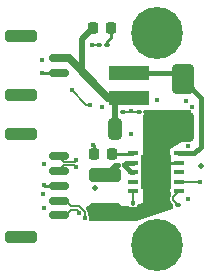
<source format=gbr>
%TF.GenerationSoftware,KiCad,Pcbnew,7.0.10*%
%TF.CreationDate,2024-02-02T13:19:36-05:00*%
%TF.ProjectId,quad_radio_adapter,71756164-5f72-4616-9469-6f5f61646170,rev?*%
%TF.SameCoordinates,Original*%
%TF.FileFunction,Copper,L1,Top*%
%TF.FilePolarity,Positive*%
%FSLAX46Y46*%
G04 Gerber Fmt 4.6, Leading zero omitted, Abs format (unit mm)*
G04 Created by KiCad (PCBNEW 7.0.10) date 2024-02-02 13:19:36*
%MOMM*%
%LPD*%
G01*
G04 APERTURE LIST*
G04 Aperture macros list*
%AMRoundRect*
0 Rectangle with rounded corners*
0 $1 Rounding radius*
0 $2 $3 $4 $5 $6 $7 $8 $9 X,Y pos of 4 corners*
0 Add a 4 corners polygon primitive as box body*
4,1,4,$2,$3,$4,$5,$6,$7,$8,$9,$2,$3,0*
0 Add four circle primitives for the rounded corners*
1,1,$1+$1,$2,$3*
1,1,$1+$1,$4,$5*
1,1,$1+$1,$6,$7*
1,1,$1+$1,$8,$9*
0 Add four rect primitives between the rounded corners*
20,1,$1+$1,$2,$3,$4,$5,0*
20,1,$1+$1,$4,$5,$6,$7,0*
20,1,$1+$1,$6,$7,$8,$9,0*
20,1,$1+$1,$8,$9,$2,$3,0*%
G04 Aperture macros list end*
%TA.AperFunction,SMDPad,CuDef*%
%ADD10RoundRect,0.100000X-0.130000X-0.100000X0.130000X-0.100000X0.130000X0.100000X-0.130000X0.100000X0*%
%TD*%
%TA.AperFunction,SMDPad,CuDef*%
%ADD11RoundRect,0.250000X-0.325000X-0.650000X0.325000X-0.650000X0.325000X0.650000X-0.325000X0.650000X0*%
%TD*%
%TA.AperFunction,SMDPad,CuDef*%
%ADD12RoundRect,0.225000X0.225000X0.250000X-0.225000X0.250000X-0.225000X-0.250000X0.225000X-0.250000X0*%
%TD*%
%TA.AperFunction,ComponentPad*%
%ADD13C,4.400000*%
%TD*%
%TA.AperFunction,SMDPad,CuDef*%
%ADD14R,3.400000X1.300000*%
%TD*%
%TA.AperFunction,SMDPad,CuDef*%
%ADD15RoundRect,0.218750X0.218750X0.256250X-0.218750X0.256250X-0.218750X-0.256250X0.218750X-0.256250X0*%
%TD*%
%TA.AperFunction,SMDPad,CuDef*%
%ADD16RoundRect,0.150000X-0.700000X0.150000X-0.700000X-0.150000X0.700000X-0.150000X0.700000X0.150000X0*%
%TD*%
%TA.AperFunction,SMDPad,CuDef*%
%ADD17RoundRect,0.250000X-1.100000X0.250000X-1.100000X-0.250000X1.100000X-0.250000X1.100000X0.250000X0*%
%TD*%
%TA.AperFunction,SMDPad,CuDef*%
%ADD18RoundRect,0.100000X0.130000X0.100000X-0.130000X0.100000X-0.130000X-0.100000X0.130000X-0.100000X0*%
%TD*%
%TA.AperFunction,SMDPad,CuDef*%
%ADD19RoundRect,0.250000X-0.650000X1.000000X-0.650000X-1.000000X0.650000X-1.000000X0.650000X1.000000X0*%
%TD*%
%TA.AperFunction,SMDPad,CuDef*%
%ADD20R,0.860000X0.320000*%
%TD*%
%TA.AperFunction,SMDPad,CuDef*%
%ADD21R,2.600000X3.000000*%
%TD*%
%TA.AperFunction,SMDPad,CuDef*%
%ADD22RoundRect,0.250000X-1.100000X0.325000X-1.100000X-0.325000X1.100000X-0.325000X1.100000X0.325000X0*%
%TD*%
%TA.AperFunction,SMDPad,CuDef*%
%ADD23RoundRect,0.100000X-0.100000X0.130000X-0.100000X-0.130000X0.100000X-0.130000X0.100000X0.130000X0*%
%TD*%
%TA.AperFunction,ViaPad*%
%ADD24C,0.400000*%
%TD*%
%TA.AperFunction,ViaPad*%
%ADD25C,0.500000*%
%TD*%
%TA.AperFunction,Conductor*%
%ADD26C,0.127000*%
%TD*%
%TA.AperFunction,Conductor*%
%ADD27C,0.254000*%
%TD*%
%TA.AperFunction,Conductor*%
%ADD28C,0.132080*%
%TD*%
%TA.AperFunction,Conductor*%
%ADD29C,0.152400*%
%TD*%
%TA.AperFunction,Conductor*%
%ADD30C,0.381000*%
%TD*%
%TA.AperFunction,Conductor*%
%ADD31C,0.508000*%
%TD*%
%TA.AperFunction,Conductor*%
%ADD32C,0.635000*%
%TD*%
G04 APERTURE END LIST*
D10*
%TO.P,R2,1*%
%TO.N,+7.5V*%
X100492600Y-97739200D03*
%TO.P,R2,2*%
%TO.N,Net-(IC1-FB)*%
X101132600Y-97739200D03*
%TD*%
D11*
%TO.P,C2,1*%
%TO.N,+7.5V*%
X100480600Y-99161600D03*
%TO.P,C2,2*%
%TO.N,GND*%
X103430600Y-99161600D03*
%TD*%
D12*
%TO.P,C3,1*%
%TO.N,Net-(IC1-BOOT)*%
X100225000Y-101250000D03*
%TO.P,C3,2*%
%TO.N,Net-(D1-K)*%
X98675000Y-101250000D03*
%TD*%
D13*
%TO.P,H1,1,1*%
%TO.N,GND*%
X104000000Y-91000000D03*
%TD*%
D10*
%TO.P,R3,1*%
%TO.N,Net-(IC1-FB)*%
X102499200Y-97713800D03*
%TO.P,R3,2*%
%TO.N,GND*%
X103139200Y-97713800D03*
%TD*%
D14*
%TO.P,L1,1,1*%
%TO.N,Net-(D1-K)*%
X101676200Y-94403200D03*
%TO.P,L1,2,2*%
%TO.N,+7.5V*%
X101676200Y-96503200D03*
%TD*%
D15*
%TO.P,D2,1,K*%
%TO.N,Net-(D2-K)*%
X100177700Y-90601800D03*
%TO.P,D2,2,A*%
%TO.N,+7.5V*%
X98602700Y-90601800D03*
%TD*%
D13*
%TO.P,H2,1,1*%
%TO.N,GND*%
X104000000Y-109000000D03*
%TD*%
D16*
%TO.P,J3,1,Pin_1*%
%TO.N,+7.5V*%
X95715238Y-93150000D03*
%TO.P,J3,2,Pin_2*%
%TO.N,GND*%
X95715238Y-94400000D03*
D17*
%TO.P,J3,MP*%
%TO.N,N/C*%
X92515238Y-91300000D03*
X92515238Y-96250000D03*
%TD*%
D18*
%TO.P,C1,1*%
%TO.N,Net-(IC1-SS)*%
X105806200Y-105562400D03*
%TO.P,C1,2*%
%TO.N,GND*%
X105166200Y-105562400D03*
%TD*%
D19*
%TO.P,D1,1,K*%
%TO.N,Net-(D1-K)*%
X106222800Y-94945200D03*
%TO.P,D1,2,A*%
%TO.N,GND*%
X106222800Y-98945200D03*
%TD*%
D20*
%TO.P,IC1,1,BOOT*%
%TO.N,Net-(IC1-BOOT)*%
X102030000Y-101200000D03*
%TO.P,IC1,2,VIN_1*%
%TO.N,+VIN_PROT_RADIO*%
X102030000Y-102000000D03*
%TO.P,IC1,3,VIN_2*%
X102030000Y-102800000D03*
%TO.P,IC1,4,EN*%
%TO.N,unconnected-(IC1-EN-Pad4)*%
X102030000Y-103600000D03*
%TO.P,IC1,5,RT/SYNC*%
%TO.N,Net-(IC1-RT{slash}SYNC)*%
X102030000Y-104400000D03*
%TO.P,IC1,6,SS*%
%TO.N,Net-(IC1-SS)*%
X105900000Y-104400000D03*
%TO.P,IC1,7,FB*%
%TO.N,Net-(IC1-FB)*%
X105900000Y-103600000D03*
%TO.P,IC1,8,PGOOD*%
%TO.N,unconnected-(IC1-PGOOD-Pad8)*%
X105900000Y-102800000D03*
%TO.P,IC1,9,GND*%
%TO.N,GND*%
X105900000Y-102000000D03*
%TO.P,IC1,10,SW*%
%TO.N,Net-(D1-K)*%
X105900000Y-101200000D03*
D21*
%TO.P,IC1,11,EP*%
%TO.N,GND*%
X103965000Y-102800000D03*
%TD*%
D22*
%TO.P,C4,1*%
%TO.N,+VIN_PROT_RADIO*%
X99650000Y-103025000D03*
%TO.P,C4,2*%
%TO.N,GND*%
X99650000Y-105975000D03*
%TD*%
D16*
%TO.P,J2,1,Pin_1*%
%TO.N,ETH_RADIO_RX_POSTMAG_P*%
X95715238Y-101450000D03*
%TO.P,J2,2,Pin_2*%
%TO.N,ETH_RADIO_RX_POSTMAG_N*%
X95715238Y-102700000D03*
%TO.P,J2,3,Pin_3*%
%TO.N,GND*%
X95715238Y-103950000D03*
%TO.P,J2,4,Pin_4*%
%TO.N,ETH_RADIO_TX_POSTMAG_P*%
X95715238Y-105200000D03*
%TO.P,J2,5,Pin_5*%
%TO.N,ETH_RADIO_TX_POSTMAG_N*%
X95715238Y-106450000D03*
D17*
%TO.P,J2,MP*%
%TO.N,N/C*%
X92515238Y-99600000D03*
X92515238Y-108300000D03*
%TD*%
D23*
%TO.P,R1,1*%
%TO.N,Net-(IC1-RT{slash}SYNC)*%
X101981000Y-105369400D03*
%TO.P,R1,2*%
%TO.N,GND*%
X101981000Y-106009400D03*
%TD*%
D18*
%TO.P,R4,1*%
%TO.N,Net-(D2-K)*%
X99786400Y-91998800D03*
%TO.P,R4,2*%
%TO.N,GND*%
X99146400Y-91998800D03*
%TD*%
D24*
%TO.N,GND*%
X106620000Y-105050000D03*
X107010200Y-97307400D03*
X94437200Y-103911400D03*
X103682800Y-101930200D03*
X94259400Y-93319600D03*
X94411800Y-104622600D03*
X103665800Y-103001782D03*
X98510000Y-92000000D03*
X104089200Y-101498400D03*
X103657400Y-102489000D03*
X104063800Y-96723200D03*
X94310200Y-94437200D03*
X106680000Y-100584000D03*
X101854000Y-99593400D03*
X94437200Y-102133400D03*
X103665800Y-103479600D03*
X106502200Y-96774000D03*
X103098600Y-104013000D03*
X103641983Y-103989183D03*
D25*
%TO.N,SBUS2_HERELINK*%
X107750000Y-102320000D03*
X98770000Y-104110000D03*
D24*
%TO.N,ETH_RADIO_RX_POSTMAG_P*%
X97200000Y-101788640D03*
%TO.N,ETH_RADIO_RX_POSTMAG_N*%
X97200000Y-102361360D03*
%TO.N,ETH_RADIO_TX_POSTMAG_P*%
X97917000Y-106680000D03*
%TO.N,ETH_RADIO_TX_POSTMAG_N*%
X97450000Y-106250000D03*
%TO.N,TELEM1_TX*%
X98348800Y-97078800D03*
X96799400Y-95885000D03*
%TO.N,+VIN_PROT_RADIO*%
X101244400Y-102209600D03*
X100741197Y-102209600D03*
%TO.N,RC_INPUT*%
X94480000Y-105870000D03*
X99360000Y-97280000D03*
%TO.N,Net-(D1-K)*%
X98653600Y-100482400D03*
X106629200Y-101200000D03*
%TO.N,Net-(IC1-FB)*%
X107696000Y-103632000D03*
X101854000Y-97612200D03*
%TD*%
D26*
%TO.N,GND*%
X99146400Y-91998800D02*
X98511200Y-91998800D01*
D27*
X94475800Y-103950000D02*
X94437200Y-103911400D01*
X104765000Y-102000000D02*
X103965000Y-102800000D01*
X95715238Y-103950000D02*
X94475800Y-103950000D01*
D26*
X98511200Y-91998800D02*
X98510000Y-92000000D01*
D27*
X105900000Y-102000000D02*
X104765000Y-102000000D01*
X94347400Y-94400000D02*
X94310200Y-94437200D01*
X95715238Y-94400000D02*
X94347400Y-94400000D01*
D28*
%TO.N,ETH_RADIO_RX_POSTMAG_P*%
X96187837Y-101922599D02*
X97066041Y-101922599D01*
X97066041Y-101922599D02*
X97200000Y-101788640D01*
X95715238Y-101450000D02*
X96187837Y-101922599D01*
%TO.N,ETH_RADIO_RX_POSTMAG_N*%
X95715238Y-102700000D02*
X96187837Y-102227401D01*
X97066041Y-102227401D02*
X97200000Y-102361360D01*
X96187837Y-102227401D02*
X97066041Y-102227401D01*
%TO.N,ETH_RADIO_TX_POSTMAG_P*%
X97917000Y-106194815D02*
X97917000Y-106680000D01*
X96737838Y-105672600D02*
X97394785Y-105672600D01*
X97394785Y-105672600D02*
X97917000Y-106194815D01*
X95715238Y-105200000D02*
X96265238Y-105200000D01*
X96265238Y-105200000D02*
X96737838Y-105672600D01*
%TO.N,ETH_RADIO_TX_POSTMAG_N*%
X96265238Y-106450000D02*
X96737838Y-105977400D01*
X95715238Y-106450000D02*
X96265238Y-106450000D01*
X96737838Y-105977400D02*
X97287400Y-105977400D01*
X97450000Y-106140000D02*
X97450000Y-106250000D01*
X97287400Y-105977400D02*
X97450000Y-106140000D01*
D29*
%TO.N,TELEM1_TX*%
X97993200Y-97078800D02*
X98348800Y-97078800D01*
X96799400Y-95885000D02*
X97993200Y-97078800D01*
D30*
%TO.N,+VIN_PROT_RADIO*%
X102030000Y-102800000D02*
X101834800Y-102800000D01*
X102030000Y-102000000D02*
X101454000Y-102000000D01*
X100465400Y-102209600D02*
X99650000Y-103025000D01*
X101454000Y-102000000D02*
X101244400Y-102209600D01*
X100741197Y-102209600D02*
X100465400Y-102209600D01*
X101834800Y-102800000D02*
X101244400Y-102209600D01*
D31*
%TO.N,+7.5V*%
X100480600Y-99161600D02*
X100480600Y-97751200D01*
D32*
X95715238Y-93150000D02*
X96565237Y-93150000D01*
D31*
X97690000Y-94274764D02*
X97690000Y-91514500D01*
D32*
X99918437Y-96503200D02*
X101676200Y-96503200D01*
D31*
X97690000Y-91514500D02*
X98602700Y-90601800D01*
D32*
X96565237Y-93150000D02*
X99918437Y-96503200D01*
D31*
X100480600Y-97751200D02*
X100492600Y-97739200D01*
X100492600Y-96503200D02*
X101676200Y-96503200D01*
X100492600Y-97739200D02*
X100492600Y-96503200D01*
X96565236Y-93150000D02*
X97690000Y-94274764D01*
X95715238Y-93150000D02*
X96565236Y-93150000D01*
D29*
%TO.N,Net-(IC1-SS)*%
X105420600Y-105176800D02*
X105806200Y-105562400D01*
X105420600Y-104879400D02*
X105420600Y-105176800D01*
X105900000Y-104400000D02*
X105420600Y-104879400D01*
D27*
%TO.N,Net-(IC1-BOOT)*%
X101980000Y-101250000D02*
X102030000Y-101200000D01*
X100225000Y-101250000D02*
X101980000Y-101250000D01*
%TO.N,Net-(D1-K)*%
X98675000Y-100503800D02*
X98653600Y-100482400D01*
X98675000Y-101250000D02*
X98675000Y-100503800D01*
D30*
X107207000Y-101200000D02*
X107772200Y-100634800D01*
X101676200Y-94403200D02*
X105680800Y-94403200D01*
X105680800Y-94403200D02*
X106222800Y-94945200D01*
X105900000Y-101200000D02*
X107207000Y-101200000D01*
X107772200Y-96494600D02*
X106222800Y-94945200D01*
X107772200Y-100634800D02*
X107772200Y-96494600D01*
D29*
%TO.N,Net-(IC1-RT{slash}SYNC)*%
X102030000Y-105320400D02*
X101981000Y-105369400D01*
X102030000Y-104400000D02*
X102030000Y-105320400D01*
%TO.N,Net-(IC1-FB)*%
X105900000Y-103600000D02*
X107664000Y-103600000D01*
X101727000Y-97739200D02*
X101854000Y-97612200D01*
X107664000Y-103600000D02*
X107696000Y-103632000D01*
X101132600Y-97739200D02*
X101727000Y-97739200D01*
X102499200Y-97713800D02*
X101955600Y-97713800D01*
X101955600Y-97713800D02*
X101854000Y-97612200D01*
D27*
%TO.N,Net-(D2-K)*%
X99786400Y-91998800D02*
X99786400Y-91780400D01*
X100177700Y-91389100D02*
X100177700Y-90601800D01*
X99786400Y-91780400D02*
X100177700Y-91389100D01*
%TD*%
%TA.AperFunction,Conductor*%
%TO.N,GND*%
G36*
X106877039Y-97555685D02*
G01*
X106922794Y-97608489D01*
X106934000Y-97660000D01*
X106934000Y-99750040D01*
X106914315Y-99817079D01*
X106871521Y-99857702D01*
X105156000Y-100837999D01*
X105156000Y-104393999D01*
X105244844Y-104571687D01*
X105257219Y-104640452D01*
X105237035Y-104696036D01*
X105223865Y-104715745D01*
X105223864Y-104715744D01*
X105223853Y-104715762D01*
X105180866Y-104780095D01*
X105180865Y-104780099D01*
X105161114Y-104879397D01*
X105161114Y-104879399D01*
X105163717Y-104892484D01*
X105166100Y-104916677D01*
X105166100Y-105139518D01*
X105163718Y-105163706D01*
X105161114Y-105176799D01*
X105161114Y-105176800D01*
X105164910Y-105195884D01*
X105164911Y-105195892D01*
X105179671Y-105270097D01*
X105179672Y-105270097D01*
X105179672Y-105270099D01*
X105180866Y-105276101D01*
X105222916Y-105339034D01*
X105222917Y-105339035D01*
X105226301Y-105344099D01*
X105226303Y-105344102D01*
X105237115Y-105360283D01*
X105248206Y-105367694D01*
X105266997Y-105383115D01*
X105326319Y-105442437D01*
X105361581Y-105477698D01*
X105395066Y-105539021D01*
X105397900Y-105565380D01*
X105397900Y-105703959D01*
X105400599Y-105727221D01*
X105403048Y-105736221D01*
X105401950Y-105736519D01*
X105410000Y-105774669D01*
X105410000Y-105828412D01*
X105390315Y-105895451D01*
X105337511Y-105941206D01*
X105324946Y-105946137D01*
X102248968Y-106963725D01*
X102210022Y-106970000D01*
X98396164Y-106970000D01*
X98329125Y-106950315D01*
X98283370Y-106897511D01*
X98273426Y-106828353D01*
X98279755Y-106808124D01*
X98278255Y-106807637D01*
X98281271Y-106798355D01*
X98300016Y-106680002D01*
X98300016Y-106679997D01*
X98281271Y-106561644D01*
X98281270Y-106561642D01*
X98226866Y-106454869D01*
X98226862Y-106454865D01*
X98226861Y-106454863D01*
X98197659Y-106425661D01*
X98164174Y-106364338D01*
X98161340Y-106337980D01*
X98161340Y-106231092D01*
X98163723Y-106206899D01*
X98166127Y-106194815D01*
X98147164Y-106099479D01*
X98106792Y-106039058D01*
X98106791Y-106039057D01*
X98103407Y-106033992D01*
X98103407Y-106033991D01*
X98103402Y-106033985D01*
X98093159Y-106018655D01*
X98084524Y-106010020D01*
X98086727Y-106007816D01*
X98054302Y-105969013D01*
X98044000Y-105919529D01*
X98044000Y-105788000D01*
X98063685Y-105720961D01*
X98116489Y-105675206D01*
X98168000Y-105664000D01*
X101600662Y-105664000D01*
X101667701Y-105683685D01*
X101688343Y-105700319D01*
X101720998Y-105732974D01*
X101816179Y-105775001D01*
X101839444Y-105777700D01*
X101839446Y-105777700D01*
X102122554Y-105777700D01*
X102122556Y-105777700D01*
X102145821Y-105775001D01*
X102241002Y-105732974D01*
X102314574Y-105659402D01*
X102355565Y-105566565D01*
X102400649Y-105513193D01*
X102444675Y-105495064D01*
X102870000Y-105410000D01*
X102870000Y-97983594D01*
X102880565Y-97933508D01*
X102904801Y-97878621D01*
X102907500Y-97855356D01*
X102907500Y-97660000D01*
X102927185Y-97592961D01*
X102979989Y-97547206D01*
X103031500Y-97536000D01*
X106810000Y-97536000D01*
X106877039Y-97555685D01*
G37*
%TD.AperFunction*%
%TD*%
M02*

</source>
